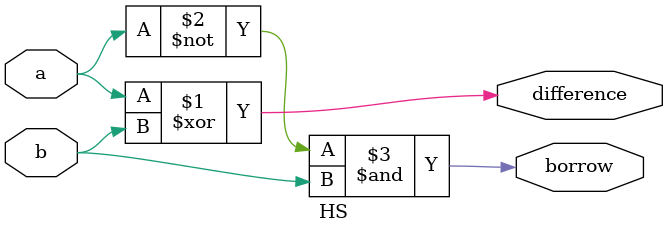
<source format=sv>
module HS(a, b, borrow, difference);
  
input a,b;
output borrow, difference;
  
assign difference = a^b;
assign borrow =~a & b; 
  
endmodule

</source>
